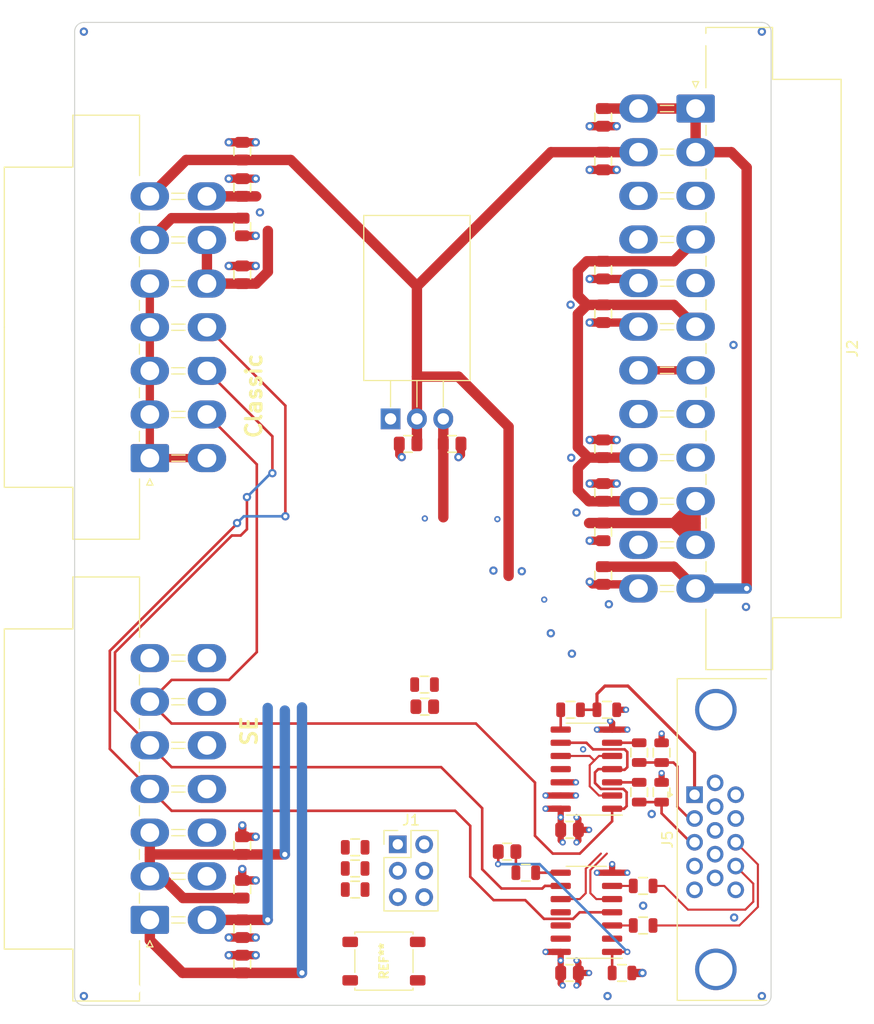
<source format=kicad_pcb>
(kicad_pcb (version 20221018) (generator pcbnew)
  (layers (0 "F.Cu" signal) (1 "In1.Cu" signal) (2 "In2.Cu" signal) (31 "B.Cu" signal) (34 "B.Paste" user) (35 "F.Paste" user) (36 "B.SilkS" user "B.Silkscreen") (37 "F.SilkS" user "F.Silkscreen") (38 "B.Mask" user) (39 "F.Mask" user) (44 "Edge.Cuts" user))
  (net 0 "")
  (net 1 "+12V")
  (net 2 "GND")
  (net 3 "+5V")
  (net 4 "+3V3")
  (net 5 "-12V")
  (net 6 "-5V")
  (net 7 "/HSx")
  (net 8 "/VSx")
  (net 9 "/PWR_OK")
  (net 10 "+5VP")
  (net 11 "Net-(C17-Pad1)")
  (net 12 "/HSf")
  (net 13 "/Ci")
  (net 14 "/HSi")
  (net 15 "/VSi")
  (net 16 "/Ro")
  (net 17 "/Go")
  (net 18 "/Bo")
  (net 19 "/HSo")
  (net 20 "/VSo")
  (net 21 "Net-(R4-Pad1)")
  (net 22 "Net-(R5-Pad1)")
  (net 23 "Net-(R6-Pad1)")
  (net 24 "Net-(R8-Pad1)")
  (net 25 "Net-(R10-Pad1)")
  (net 26 "/Cx")
  (net 30 "Net-(R12-Pad1)")
  (net 31 "/~{POR}")
  (net 32 "/~{PS_ON}")
  (net 33 "/AUDIO")
  (net 34 "/PBL")
  (footprint "stdpads:C_0805" (layer "F.Cu") (at 106.26 175.8315)
    (fp_text reference "C10")
    (fp_text value "10u")
  )
  (footprint "stdpads:TO-220-3_Horizontal_TabDown" (layer "F.Cu") (at 91.567 136.271)
    (fp_text reference "U1" hide)
    (fp_text value "LM7905_TO220")
  )
  (footprint "stdpads:PasteHole_1.152mm_NPTH" (layer "F.Cu") (at 61.2775 100.838)
    (fp_text reference "REF**")
    (fp_text value " " hide)
  )
  (footprint "stdpads:R_0805" (layer "F.Cu") (at 85.62 177.516 180)
    (fp_text reference "R1")
    (fp_text value "2k2")
  )
  (footprint "stdpads:C_0805" (layer "F.Cu") (at 74.75 177.35 90)
    (fp_text reference "C23")
    (fp_text value "10u")
  )
  (footprint "stdpads:C_0805" (layer "F.Cu") (at 109.5 147.15 -90)
    (fp_text reference "C2")
    (fp_text value "10u")
  )
  (footprint "stdpads:Molex_Mini-Fit_Jr_5569-14A1_2x07_P4.20mm_Horizontal" (layer "F.Cu") (at 65.85 171.9 90)
    (fp_text reference "J4" hide)
    (fp_text value "Classic")
  )
  (footprint "stdpads:C_0805" (layer "F.Cu") (at 74.75 110.499999 -90)
    (fp_text reference "C12")
    (fp_text value "10u")
  )
  (footprint "stdpads:R_0805" (layer "F.Cu") (at 109.8525 164.2745 180)
    (fp_text reference "R7")
    (fp_text value "130")
  )
  (footprint "stdpads:XKB_TS-1187A" (layer "F.Cu") (at 88.392 188.468 -90)
    (fp_text reference "REF**")
    (fp_text value "XKB_TS-1187A")
  )
  (footprint "stdpads:C_0805" (layer "F.Cu") (at 109.5 126.15 -90)
    (fp_text reference "C7")
    (fp_text value "10u")
  )
  (footprint "stdpads:C_0805" (layer "F.Cu") (at 106.26 189.611)
    (fp_text reference "C16")
    (fp_text value "10u")
  )
  (footprint "Connector_Molex:Molex_Mini-Fit_Jr_5569-24A1_2x12_P4.20mm_Horizontal" (layer "F.Cu") (at 118.4 106.4 -90)
    (fp_text reference "J2")
    (fp_text value "ATX")
  )
  (footprint "stdpads:C_0805" (layer "F.Cu") (at 109.5 143.35 90)
    (fp_text reference "C4")
    (fp_text value "10u")
  )
  (footprint "stdpads:C_0805" (layer "F.Cu") (at 74.75 181.55 90)
    (fp_text reference "C22")
    (fp_text value "10u")
  )
  (footprint "Connector_PinHeader_2.54mm:PinHeader_2x03_P2.54mm_Vertical" (layer "F.Cu") (at 89.7255 177.2285)
    (fp_text reference "J1")
    (fp_text value "XOR")
  )
  (footprint "stdpads:PasteHole_1.152mm_NPTH" (layer "F.Cu") (at 64.389 191.135)
    (fp_text reference "REF**")
    (fp_text value " " hide)
  )
  (footprint "stdpads:R_0805" (layer "F.Cu") (at 85.62 181.58 180)
    (fp_text reference "R2")
    (fp_text value "2k2")
  )
  (footprint "stdpads:R_0805" (layer "F.Cu") (at 106.36 164.2745)
    (fp_text reference "R6")
    (fp_text value "150")
  )
  (footprint "stdpads:R_0805" (layer "F.Cu") (at 113.3475 181.229)
    (fp_text reference "R5")
    (fp_text value "47")
  )
  (footprint "stdpads:C_0805" (layer "F.Cu") (at 100.247 177.927 180)
    (fp_text reference "C17")
    (fp_text value "1n")
  )
  (footprint "stdpads:C_0805" (layer "F.Cu") (at 74.75 122.4 90)
    (fp_text reference "C6")
    (fp_text value "10u")
  )
  (footprint "stdpads:R_0805" (layer "F.Cu") (at 112.9665 168.3995 -90)
    (fp_text reference "R8")
    (fp_text value "150")
  )
  (footprint "stdpads:C_0805" (layer "F.Cu") (at 109.5 111.45 90)
    (fp_text reference "C13")
    (fp_text value "10u")
  )
  (footprint "stdpads:PasteHole_1.152mm_NPTH" (layer "F.Cu") (at 119.5705 99.7585)
    (fp_text reference "REF**")
    (fp_text value " " hide)
  )
  (footprint "stdpads:C_0805" (layer "F.Cu") (at 90.717 138.684)
    (fp_text reference "C11")
    (fp_text value "10u")
  )
  (footprint "stdpads:R_0805" (layer "F.Cu") (at 92.3 161.85)
    (fp_text reference "R14" hide)
    (fp_text value "22k" hide)
  )
  (footprint "stdpads:R_0805" (layer "F.Cu") (at 115.1255 172.2145 -90)
    (fp_text reference "R11")
    (fp_text value "130")
  )
  (footprint "stdpads:SOIC-14_3.9mm" (layer "F.Cu") (at 107.8865 183.769 90)
    (fp_text reference "U2")
    (fp_text value "74LVC86AD")
  )
  (footprint "Connector_Dsub:DSUB-15-HD_Female_Horizontal_P2.29x1.98mm_EdgePinOffset3.03mm_Housed_MountingHolesOffset4.94mm" (layer "F.Cu") (at 118.299669 172.45 90)
    (fp_text reference "J5")
    (fp_text value "VGA")
  )
  (footprint "stdpads:R_0805" (layer "F.Cu") (at 115.1255 168.4045 -90)
    (fp_text reference "R9")
    (fp_text value "130")
  )
  (footprint "stdpads:R_0805" (layer "F.Cu") (at 112.9665 172.2095 -90)
    (fp_text reference "R10")
    (fp_text value "150")
  )
  (footprint "stdpads:PasteHole_1.152mm_NPTH" (layer "F.Cu") (at 123.952 189.2935)
    (fp_text reference "REF**")
    (fp_text value " " hide)
  )
  (footprint "stdpads:R_0805" (layer "F.Cu") (at 113.3475 185.039)
    (fp_text reference "R4")
    (fp_text value "47")
  )
  (footprint "stdpads:R_0805" (layer "F.Cu") (at 85.6175 179.55 180)
    (fp_text reference "R3")
    (fp_text value "2k2")
  )
  (footprint "stdpads:C_0805" (layer "F.Cu") (at 74.75 188.75 90)
    (fp_text reference "C19")
    (fp_text value "10u")
  )
  (footprint "stdpads:C_0805" (layer "F.Cu") (at 94.957 138.684 180)
    (fp_text reference "C14")
    (fp_text value "10u")
  )
  (footprint "stdpads:R_0805" (layer "F.Cu") (at 102.047 179.959 180)
    (fp_text reference "R12")
    (fp_text value "47")
  )
  (footprint "stdpads:C_0805" (layer "F.Cu") (at 109.5 107.25 -90)
    (fp_text reference "C9")
    (fp_text value "10u")
  )
  (footprint "stdpads:R_0805" (layer "F.Cu") (at 111.313 189.611 180)
    (fp_text reference "R13")
    (fp_text value "2k2")
  )
  (footprint "stdpads:C_0805" (layer "F.Cu") (at 109.5 121.95 -90)
    (fp_text reference "C5")
    (fp_text value "10u")
  )
  (footprint "stdpads:C_0805" (layer "F.Cu") (at 92.32039 163.978098)
    (fp_text reference "C18" hide)
    (fp_text value "10u" hide)
  )
  (footprint "stdpads:C_0805" (layer "F.Cu") (at 74.75 117.8 90)
    (fp_text reference "C15")
    (fp_text value "10u")
  )
  (footprint "stdpads:C_0805" (layer "F.Cu") (at 109.5 139.15 90)
    (fp_text reference "C3")
    (fp_text value "10u")
  )
  (footprint "stdpads:Molex_Mini-Fit_Jr_5569-14A1_2x07_P4.20mm_Horizontal" (layer "F.Cu") (at 65.85 127.45 90)
    (fp_text reference "J3" hide)
    (fp_text value "SE")
  )
  (footprint "stdpads:C_0805" (layer "F.Cu") (at 109.5 151.35 -90)
    (fp_text reference "C8")
    (fp_text value "10u")
  )
  (footprint "stdpads:C_0805" (layer "F.Cu") (at 74.75 114 90)
    (fp_text reference "C1")
    (fp_text value "10u")
  )
  (footprint "stdpads:SOIC-14_3.9mm" (layer "F.Cu") (at 107.8865 169.9895 90)
    (fp_text reference "U3")
    (fp_text value "74LVC86AD")
  )
  (footprint "stdpads:C_0805" (layer "F.Cu") (at 74.75 185.35 90)
    (fp_text reference "C20")
    (fp_text value "10u")
  )
  (gr_arc (start 125.6665 191.8335) (mid 125.406118 192.462118) (end 124.7775 192.7225) (stroke (width 0.1)) (layer "Edge.Cuts"))
  (gr_arc (start 124.7775 98.1075) (mid 125.406118 98.367882) (end 125.6665 98.9965) (stroke (width 0.1)) (layer "Edge.Cuts"))
  (gr_line (start 59.4995 98.1075) (end 124.7775 98.1075) (stroke (width 0.1)) (layer "Edge.Cuts"))
  (gr_arc (start 59.4995 192.7225) (mid 58.870882 192.462118) (end 58.6105 191.8335) (stroke (width 0.1)) (layer "Edge.Cuts"))
  (gr_line (start 59.4995 192.7225) (end 124.7775 192.7225) (stroke (width 0.1)) (layer "Edge.Cuts"))
  (gr_line (start 125.6665 191.8335) (end 125.6665 98.9965) (stroke (width 0.1)) (layer "Edge.Cuts"))
  (gr_arc (start 58.6105 98.9965) (mid 58.870882 98.367882) (end 59.4995 98.1075) (stroke (width 0.1)) (layer "Edge.Cuts"))
  (gr_line (start 58.6105 191.8335) (end 58.6105 98.9965) (stroke (width 0.1)) (layer "Edge.Cuts"))
  (gr_text "SE" (at 76.3 167.9 90) (layer "F.SilkS") (effects (font (size 1.5 1.5) (thickness 0.3) bold) (justify left bottom)))
  (gr_text "Classic" (at 76.75 138.3 90) (layer "F.SilkS") (effects (font (size 1.5 1.5) (thickness 0.3) bold) (justify left bottom)))
  (segment (start 117.15 146.3) (end 118.4 146.3) (width 1) (layer "F.Cu") (net 1))
  (segment (start 109.5 146.3) (end 116.3 146.3) (width 1) (layer "F.Cu") (net 1))
  (segment (start 74.75 189.6) (end 80.5 189.6) (width 1) (layer "F.Cu") (net 1))
  (segment (start 116.3 146.3) (end 118.4 148.4) (width 1) (layer "F.Cu") (net 1))
  (segment (start 117.15 146.3) (end 117.9 147.05) (width 1) (layer "F.Cu") (net 1))
  (segment (start 116.3 146.3) (end 118.4 144.2) (width 1) (layer "F.Cu") (net 1))
  (segment (start 76.0945 114.85) (end 74.75 114.85) (width 1) (layer "F.Cu") (net 1))
  (segment (start 116.3 146.3) (end 117.15 146.3) (width 1) (layer "F.Cu") (net 1))
  (segment (start 118.4 144.2) (end 118.4 146.3) (width 1) (layer "F.Cu") (net 1))
  (segment (start 65.85 184.5) (end 65.85 186.45) (width 1) (layer "F.Cu") (net 1))
  (segment (start 109.5 146.3) (end 108.1445 146.3) (width 1) (layer "F.Cu") (net 1))
  (segment (start 74.75 114.85) (end 71.35 114.85) (width 1) (layer "F.Cu") (net 1))
  (segment (start 65.85 186.45) (end 69 189.6) (width 1) (layer "F.Cu") (net 1))
  (segment (start 69 189.6) (end 74.75 189.6) (width 1) (layer "F.Cu") (net 1))
  (segment (start 118.4 146.3) (end 118.4 148.4) (width 1) (layer "F.Cu") (net 1))
  (segment (start 117.15 146.3) (end 117.9 145.55) (width 1) (layer "F.Cu") (net 1))
  (via (at 80.5 189.6) (size 1) (drill 0.5) (layers "F.Cu" "B.Cu") (net 1))
  (segment (start 80.5 189.6) (end 80.5 164.05) (width 1) (layer "B.Cu") (net 1))
  (segment (start 110.8025 164.2745) (end 111.6965 164.2745) (width 0.6) (layer "F.Cu") (net 2))
  (segment (start 95.807 139.7145) (end 95.5675 139.954) (width 0.8) (layer "F.Cu") (net 2))
  (segment (start 74.75 113.15) (end 76.05 113.15) (width 0.8) (layer "F.Cu") (net 2))
  (segment (start 105.4115 171.2595) (end 106.8705 171.2595) (width 0.6) (layer "F.Cu") (net 2))
  (segment (start 109.5 142.5) (end 108.2 142.5) (width 0.8) (layer "F.Cu") (net 2))
  (segment (start 109.5 138.3) (end 108.2 138.3) (width 0.8) (layer "F.Cu") (net 2))
  (segment (start 74.75 118.65) (end 76.05 118.65) (width 0.8) (layer "F.Cu") (net 2))
  (segment (start 107.11 176.862) (end 106.934 177.038) (width 0.6) (layer "F.Cu") (net 2))
  (segment (start 74.75 176.5) (end 74.75 175.4) (width 0.8) (layer "F.Cu") (net 2))
  (segment (start 107.11 189.611) (end 107.11 190.6415) (width 0.6) (layer "F.Cu") (net 2))
  (segment (start 109.5 108.1) (end 110.8 108.1) (width 0.8) (layer "F.Cu") (net 2))
  (segment (start 74.75 186.2) (end 73.45 186.2) (width 0.8) (layer "F.Cu") (net 2))
  (segment (start 110.3615 179.959) (end 111.8235 179.959) (width 0.6) (layer "F.Cu") (net 2))
  (segment (start 109.5 112.3) (end 110.8 112.3) (width 0.8) (layer "F.Cu") (net 2))
  (segment (start 110.3615 179.135) (end 110.363 179.1335) (width 0.6) (layer "F.Cu") (net 2))
  (segment (start 109.5 127) (end 108.2 127) (width 0.8) (layer "F.Cu") (net 2))
  (segment (start 110.3615 179.959) (end 110.3615 179.135) (width 0.6) (layer "F.Cu") (net 2))
  (segment (start 89.867 138.684) (end 89.867 139.7145) (width 0.8) (layer "F.Cu") (net 2))
  (segment (start 65.85 131.65) (end 65.85 127.45) (width 0.8) (layer "F.Cu") (net 2))
  (segment (start 110.3615 166.1795) (end 110.3615 165.543) (width 0.6) (layer "F.Cu") (net 2))
  (segment (start 65.85 135.85) (end 65.85 131.65) (width 0.8) (layer "F.Cu") (net 2))
  (segment (start 109.5 142.5) (end 110.8 142.5) (width 0.8) (layer "F.Cu") (net 2))
  (segment (start 74.75 180.7) (end 74.75 179.6) (width 0.8) (layer "F.Cu") (net 2))
  (segment (start 112.5 152.2) (end 112.9 152.6) (width 0.8) (layer "F.Cu") (net 2))
  (segment (start 71.35 140.05) (end 65.85 140.05) (width 0.8) (layer "F.Cu") (net 2))
  (segment (start 108.4485 152.2) (end 108.204 151.9555) (width 0.8) (layer "F.Cu") (net 2))
  (segment (start 112.5 127) (end 112.9 127.4) (width 0.8) (layer "F.Cu") (net 2))
  (segment (start 105.4115 172.5295) (end 103.9495 172.5295) (width 0.6) (layer "F.Cu") (net 2))
  (segment (start 65.85 140.05) (end 65.85 135.85) (width 0.8) (layer "F.Cu") (net 2))
  (segment (start 74.75 187.9) (end 76.05 187.9) (width 0.8) (layer "F.Cu") (net 2))
  (segment (start 115.1255 167.4545) (end 115.1255 166.5605) (width 0.6) (layer "F.Cu") (net 2))
  (segment (start 89.867 139.7145) (end 90.1065 139.954) (width 0.8) (layer "F.Cu") (net 2))
  (segment (start 109.5 127) (end 112.5 127) (width 0.8) (layer "F.Cu") (net 2))
  (segment (start 118.4 131.6) (end 112.9 131.6) (width 0.8) (layer "F.Cu") (net 2))
  (segment (start 109.5 122.8) (end 108.2 122.8) (width 0.8) (layer "F.Cu") (net 2))
  (segment (start 74.75 109.649999) (end 76.05 109.65) (width 0.8) (layer "F.Cu") (net 2))
  (segment (start 109.5 152.2) (end 112.5 152.2) (width 0.8) (layer "F.Cu") (net 2))
  (segment (start 65.85 123.25) (end 65.85 127.45) (width 0.8) (layer "F.Cu") (net 2))
  (segment (start 107.11 174.801) (end 106.934 174.625) (width 0.6) (layer "F.Cu") (net 2))
  (segment (start 74.75 180.7) (end 76.05 180.7) (width 0.8) (layer "F.Cu") (net 2))
  (segment (start 74.75 109.649999) (end 73.45 109.65) (width 0.8) (layer "F.Cu") (net 2))
  (segment (start 110.3615 166.1795) (end 111.8235 166.1795) (width 0.6) (layer "F.Cu") (net 2))
  (segment (start 112.5 122.8) (end 112.9 123.2) (width 0.8) (layer "F.Cu") (net 2))
  (segment (start 74.75 176.5) (end 76.05 176.5) (width 0.8) (layer "F.Cu") (net 2))
  (segment (start 109.5 112.3) (end 108.2 112.3) (width 0.8) (layer "F.Cu") (net 2))
  (segment (start 110.3615 165.543) (end 110.1725 165.354) (width 0.6) (layer "F.Cu") (net 2))
  (segment (start 107.11 189.611) (end 108.1405 189.611) (width 0.6) (layer "F.Cu") (net 2))
  (segment (start 110.3615 179.959) (end 108.9025 179.959) (width 0.6) (layer "F.Cu") (net 2))
  (segment (start 74.75 187.9) (end 73.45 187.9) (width 0.8) (layer "F.Cu") (net 2))
  (segment (start 109.5 138.3) (end 110.8 138.3) (width 0.8) (layer "F.Cu") (net 2))
  (segment (start 107.11 175.8315) (end 108.1405 175.8315) (width 0.6) (layer "F.Cu") (net 2))
  (segment (start 109.5 152.2) (end 108.4485 152.2) (width 0.8) (layer "F.Cu") (net 2))
  (segment (start 107.11 175.8315) (end 107.11 176.862) (width 0.6) (layer "F.Cu") (net 2))
  (segment (start 95.807 138.684) (end 95.807 139.7145) (width 0.8) (layer "F.Cu") (net 2))
  (segment (start 107.11 189.611) (end 107.11 188.5805) (width 0.6) (layer "F.Cu") (net 2))
  (segment (start 105.4115 172.5295) (end 106.8705 172.5295) (width 0.6) (layer "F.Cu") (net 2))
  (segment (start 109.5 122.8) (end 112.5 122.8) (width 0.8) (layer "F.Cu") (net 2))
  (segment (start 107.11 190.6415) (end 106.934 190.8175) (width 0.6) (layer "F.Cu") (net 2))
  (segment (start 109.5 148) (end 108.2 148) (width 0.8) (layer "F.Cu") (net 2))
  (segment (start 74.75 186.2) (end 76.05 186.2) (width 0.8) (layer "F.Cu") (net 2))
  (segment (start 74.75 121.55) (end 76.05 121.55) (width 0.8) (layer "F.Cu") (net 2))
  (segment (start 74.75 121.55) (end 73.45 121.55) (width 0.8) (layer "F.Cu") (net 2))
  (segment (start 107.11 175.8315) (end 107.11 174.801) (width 0.6) (layer "F.Cu") (net 2))
  (segment (start 109.5 108.1) (end 108.2 108.1) (width 0.8) (layer "F.Cu") (net 2))
  (segment (start 110.3615 166.1795) (end 108.9025 166.1795) (width 0.6) (layer "F.Cu") (net 2))
  (segment (start 74.75 113.15) (end 73.45 113.15) (width 0.8) (layer "F.Cu") (net 2))
  (segment (start 115.1255 171.2645) (end 115.1255 170.3705) (width 0.6) (layer "F.Cu") (net 2))
  (segment (start 107.11 188.5805) (end 106.934 188.4045) (width 0.6) (layer "F.Cu") (net 2))
  (via (at 108.1405 189.611) (size 0.6) (drill 0.3) (layers "F.Cu" "B.Cu") (net 2))
  (via (at 76.05 187.9) (size 0.8) (drill 0.4) (layers "F.Cu" "B.Cu") (net 2))
  (via (at 110.1725 165.354) (size 0.6) (drill 0.3) (layers "F.Cu" "B.Cu") (net 2))
  (via (at 59.4995 191.8335) (size 0.8) (drill 0.4) (layers "F.Cu" "B.Cu") (net 2))
  (via (at 122.047 129.159) (size 0.8) (drill 0.4) (layers "F.Cu" "B.Cu") (net 2))
  (via (at 110.8 142.5) (size 0.8) (drill 0.4) (layers "F.Cu" "B.Cu") (net 2))
  (via (at 108.2 122.8) (size 0.8) (drill 0.4) (layers "F.Cu" "B.Cu") (net 2))
  (via (at 111.8235 179.959) (size 0.6) (drill 0.3) (layers "F.Cu" "B.Cu") (net 2))
  (via (at 108.204 151.9555) (size 0.8) (drill 0.4) (layers "F.Cu" "B.Cu") (net 2))
  (via (at 106.8705 172.5295) (size 0.6) (drill 0.3) (layers "F.Cu" "B.Cu") (net 2))
  (via (at 110.363 179.1335) (size 0.6) (drill 0.3) (layers "F.Cu" "B.Cu") (net 2))
  (via (at 108.9025 179.959) (size 0.6) (drill 0.3) (layers "F.Cu" "B.Cu") (net 2))
  (via (at 101.6635 150.9395) (size 0.8) (drill 0.4) (layers "F.Cu" "B.Cu") (net 2))
  (via (at 110.0455 154.1145) (size 0.8) (drill 0.4) (layers "F.Cu" "B.Cu") (net 2))
  (via (at 73.45 186.2) (size 0.8) (drill 0.4) (layers "F.Cu" "B.Cu") (net 2))
  (via (at 106.934 174.625) (size 0.6) (drill 0.3) (layers "F.Cu" "B.Cu") (net 2))
  (via (at 124.7775 98.9965) (size 0.8) (drill 0.4) (layers "F.Cu" "B.Cu") (net 2))
  (via (at 99.314 145.923) (size 0.6) (drill 0.3) (layers "F.Cu" "B.Cu") (net 2))
  (via (at 108.2 127) (size 0.8) (drill 0.4) (layers "F.Cu" "B.Cu") (net 2))
  (via (at 106.934 177.038) (size 0.6) (drill 0.3) (layers "F.Cu" "B.Cu") (net 2))
  (via (at 106.934 190.8175) (size 0.6) (drill 0.3) (layers "F.Cu" "B.Cu") (net 2))
  (via (at 76.05 186.2) (size 0.8) (drill 0.4) (layers "F.Cu" "B.Cu") (net 2))
  (via (at 108.2 142.5) (size 0.8) (drill 0.4) (layers "F.Cu" "B.Cu") (net 2))
  (via (at 109.9185 191.8335) (size 0.8) (drill 0.4) (layers "F.Cu" "B.Cu") (net 2))
  (via (at 92.329 145.8595) (size 0.6) (drill 0.3) (layers "F.Cu" "B.Cu") (net 2))
  (via (at 106.8705 171.2595) (size 0.6) (drill 0.3) (layers "F.Cu" "B.Cu") (net 2))
  (via (at 74.75 179.6) (size 0.8) (drill 0.4) (layers "F.Cu" "B.Cu") (net 2))
  (via (at 108.2 148) (size 0.8) (drill 0.4) (layers "F.Cu" "B.Cu") (net 2))
  (via (at 73.45 187.9) (size 0.8) (drill 0.4) (layers "F.Cu" "B.Cu") (net 2))
  (via (at 106.4895 158.877) (size 0.8) (drill 0.4) (layers "F.Cu" "B.Cu") (net 2))
  (via (at 106.426 140.0175) (size 0.8) (drill 0.4) (layers "F.Cu" "B.Cu") (net 2))
  (via (at 108.2 112.3) (size 0.8) (drill 0.4) (layers "F.Cu" "B.Cu") (net 2))
  (via (at 76.05 109.65) (size 0.8) (drill 0.4) (layers "F.Cu" "B.Cu") (net 2))
  (via (at 108.2 108.1) (size 0.8) (drill 0.4) (layers "F.Cu" "B.Cu") (net 2))
  (via (at 73.45 121.55) (size 0.8) (drill 0.4) (layers "F.Cu" "B.Cu") (net 2))
  (via (at 95.5675 139.954) (size 0.8) (drill 0.4) (layers "F.Cu" "B.Cu") (net 2))
  (via (at 122.1105 184.277) (size 0.8) (drill 0.4) (layers "F.Cu" "B.Cu") (net 2))
  (via (at 115.1255 166.5605) (size 0.6) (drill 0.3) (layers "F.Cu" "B.Cu") (net 2))
  (via (at 76.05 113.15) (size 0.8) (drill 0.4) (layers "F.Cu" "B.Cu") (net 2))
  (via (at 108.2 138.3) (size 0.8) (drill 0.4) (layers "F.Cu" "B.Cu") (net 2))
  (via (at 106.934 188.4045) (size 0.6) (drill 0.3) (layers "F.Cu" "B.Cu") (net 2))
  (via (at 106.934 145.288) (size 0.8) (drill 0.4) (layers "F.Cu" "B.Cu") (net 2))
  (via (at 123.2535 154.3685) (size 0.8) (drill 0.4) (layers "F.Cu" "B.Cu") (net 2))
  (via (at 111.8235 166.1795) (size 0.6) (drill 0.3) (layers "F.Cu" "B.Cu") (net 2))
  (via (at 106.3625 125.2855) (size 0.8) (drill 0.4) (layers "F.Cu" "B.Cu") (net 2))
  (via (at 108.9025 166.1795) (size 0.6) (drill 0.3) (layers "F.Cu" "B.Cu") (net 2))
  (via (at 76.05 176.5) (size 0.8) (drill 0.4) (layers "F.Cu" "B.Cu") (net 2))
  (via (at 59.4995 98.9965) (size 0.8) (drill 0.4) (layers "F.Cu" "B.Cu") (net 2))
  (via (at 114.173 174.3075) (size 0.8) (drill 0.4) (layers "F.Cu" "B.Cu") (net 2))
  (via (at 90.1065 139.954) (size 0.8) (drill 0.4) (layers "F.Cu" "B.Cu") (net 2))
  (via (at 111.6965 164.2745) (size 0.6) (drill 0.3) (layers "F.Cu" "B.Cu") (net 2))
  (via (at 76.05 121.55) (size 0.8) (drill 0.4) (layers "F.Cu" "B.Cu") (net 2))
  (via (at 108.1405 175.8315) (size 0.6) (drill 0.3) (layers "F.Cu" "B.Cu") (net 2))
  (via (at 103.8225 153.67) (size 0.6) (drill 0.3) (layers "F.Cu" "B.Cu") (net 2))
  (via (at 110.8 108.1) (size 0.8) (drill 0.4) (layers "F.Cu" "B.Cu") (net 2))
  (via (at 76.05 180.7) (size 0.8) (drill 0.4) (layers "F.Cu" "B.Cu") (net 2))
  (via (at 124.7775 191.8335) (size 0.8) (drill 0.4) (layers "F.Cu" "B.Cu") (net 2))
  (via (at 110.8 138.3) (size 0.8) (drill 0.4) (layers "F.Cu" "B.Cu") (net 2))
  (via (at 110.8 112.3) (size 0.8) (drill 0.4) (layers "F.Cu" "B.Cu") (net 2))
  (via (at 74.75 175.4) (size 0.8) (drill 0.4) (layers "F.Cu" "B.Cu") (net 2))
  (via (at 103.9495 172.5295) (size 0.6) (drill 0.3) (layers "F.Cu" "B.Cu") (net 2))
  (via (at 76.05 118.65) (size 0.8) (drill 0.4) (layers "F.Cu" "B.Cu") (net 2))
  (via (at 113.3475 183.134) (size 0.8) (drill 0.4) (layers "F.Cu" "B.Cu") (net 2))
  (via (at 76.454 116.3955) (size 0.8) (drill 0.4) (layers "F.Cu" "B.Cu") (net 2))
  (via (at 98.933 150.876) (size 0.8) (drill 0.4) (layers "F.Cu" "B.Cu") (net 2))
  (via (at 73.45 113.15) (size 0.8) (drill 0.4) (layers "F.Cu" "B.Cu") (net 2))
  (via (at 104.4575 156.9085) (size 0.8) (drill 0.4) (layers "F.Cu" "B.Cu") (net 2))
  (via (at 107.569 168.0845) (size 0.6) (drill 0.3) (layers "F.Cu" "B.Cu") (net 2))
  (via (at 115.1255 170.3705) (size 0.6) (drill 0.3) (layers "F.Cu" "B.Cu") (net 2))
  (via (at 73.45 109.65) (size 0.8) (drill 0.4) (layers "F.Cu" "B.Cu") (net 2))
  (segment (start 71.35 123.25) (end 71.35 119.05) (width 1) (layer "F.Cu") (net 3))
  (segment (start 112.263 189.611) (end 113.284 189.611) (width 0.8) (layer "F.Cu") (net 3))
  (segment (start 74.75 178.2) (end 65.85 178.2) (width 1) (layer "F.Cu") (net 3))
  (segment (start 109.5 121.1) (end 116.3 121.1) (width 1) (layer "F.Cu") (net 3))
  (segment (start 74.75 123.25) (end 71.35 123.25) (width 1) (layer "F.Cu") (net 3))
  (segment (start 76.0765 123.25) (end 74.75 123.25) (width 1) (layer "F.Cu") (net 3))
  (segment (start 69.05 182.4) (end 66.95 180.3) (width 1) (layer "F.Cu") (net 3))
  (segment (start 65.85 178.2) (end 65.85 176.1) (width 1) (layer "F.Cu") (net 3))
  (segment (start 65.85 180.3) (end 65.85 178.2) (width 1) (layer "F.Cu") (net 3))
  (segment (start 107.061 140.9985) (end 108.0595 140) (width 1) (layer "F.Cu") (net 3))
  (segment (start 109.5 140) (end 108.0595 140) (width 1) (layer "F.Cu") (net 3))
  (segment (start 77.216 118.1735) (end 77.216 122.1105) (width 1) (layer "F.Cu") (net 3))
  (segment (start 116.3 125.3) (end 118.4 127.4) (width 1) (layer "F.Cu") (net 3))
  (segment (start 77.216 122.1105) (end 76.0765 123.25) (width 1) (layer "F.Cu") (net 3))
  (segment (start 107.061 139.0015) (end 107.061 126.189) (width 1) (layer "F.Cu") (net 3))
  (segment (start 107.061 121.9835) (end 107.9445 121.1) (width 1) (layer "F.Cu") (net 3))
  (segment (start 109.5 144.2) (end 108.132 144.2) (width 1) (layer "F.Cu") (net 3))
  (segment (start 78.85 178.2) (end 74.75 178.2) (width 1) (layer "F.Cu") (net 3))
  (segment (start 107.9445 121.1) (end 109.5 121.1) (width 1) (layer "F.Cu") (net 3))
  (segment (start 66.95 180.3) (end 65.85 180.3) (width 1) (layer "F.Cu") (net 3))
  (segment (start 107.061 143.129) (end 107.061 140.9985) (width 1) (layer "F.Cu") (net 3))
  (segment (start 74.75 182.4) (end 69.05 182.4) (width 1) (layer "F.Cu") (net 3))
  (segment (start 109.5 140) (end 112.9 140) (width 1) (layer "F.Cu") (net 3))
  (segment (start 112.9 144.2) (end 109.5 144.2) (width 1) (layer "F.Cu") (net 3))
  (segment (start 107.061 126.189) (end 107.95 125.3) (width 1) (layer "F.Cu") (net 3))
  (segment (start 109.5 125.3) (end 107.95 125.3) (width 1) (layer "F.Cu") (net 3))
  (segment (start 116.3 121.1) (end 118.4 119) (width 1) (layer "F.Cu") (net 3))
  (segment (start 108.0595 140) (end 107.061 139.0015) (width 1) (layer "F.Cu") (net 3))
  (segment (start 107.061 124.411) (end 107.061 121.9835) (width 1) (layer "F.Cu") (net 3))
  (segment (start 107.95 125.3) (end 107.061 124.411) (width 1) (layer "F.Cu") (net 3))
  (segment (start 108.132 144.2) (end 107.061 143.129) (width 1) (layer "F.Cu") (net 3))
  (segment (start 109.5 125.3) (end 116.3 125.3) (width 1) (layer "F.Cu") (net 3))
  (via (at 113.284 189.611) (size 0.8) (drill 0.4) (layers "F.Cu" "B.Cu") (net 3))
  (via (at 78.85 178.2) (size 1) (drill 0.5) (layers "F.Cu" "B.Cu") (net 3))
  (segment (start 78.85 178.2) (end 78.85 164.35) (width 1) (layer "B.Cu") (net 3))
  (segment (start 109.5 150.5) (end 116.3 150.5) (width 1) (layer "F.Cu") (net 4))
  (segment (start 105.41 175.8315) (end 105.41 176.8475) (width 0.6) (layer "F.Cu") (net 4))
  (segment (start 105.41 189.611) (end 105.41 188.4045) (width 0.6) (layer "F.Cu") (net 4))
  (segment (start 105.4115 175.703) (end 105.41 175.7045) (width 0.6) (layer "F.Cu") (net 4))
  (segment (start 105.4115 187.579) (end 105.4115 188.403) (width 0.6) (layer "F.Cu") (net 4))
  (segment (start 105.4115 187.579) (end 103.9495 187.579) (width 0.6) (layer "F.Cu") (net 4))
  (segment (start 105.4115 173.7995) (end 103.9495 173.7995) (width 0.6) (layer "F.Cu") (net 4))
  (segment (start 123.317 112.0775) (end 121.8395 110.6) (width 1) (layer "F.Cu") (net 4))
  (segment (start 105.41 175.8315) (end 105.41 174.625) (width 0.6) (layer "F.Cu") (net 4))
  (segment (start 105.41 190.627) (end 105.6005 190.8175) (width 0.6) (layer "F.Cu") (net 4))
  (segment (start 105.41 176.8475) (end 105.6005 177.038) (width 0.6) (layer "F.Cu") (net 4))
  (segment (start 118.4 106.4) (end 112.9 106.4) (width 1) (layer "F.Cu") (net 4))
  (segment (start 105.4115 174.6235) (end 105.41 174.625) (width 0.6) (layer "F.Cu") (net 4))
  (segment (start 109.5 106.4) (end 112.9 106.4) (width 1) (layer "F.Cu") (net 4))
  (segment (start 105.41 189.611) (end 105.41 190.627) (width 0.6) (layer "F.Cu") (net 4))
  (segment (start 121.8395 110.6) (end 118.4 110.6) (width 1) (layer "F.Cu") (net 4))
  (segment (start 118.4 110.6) (end 118.4 106.4) (width 1) (layer "F.Cu") (net 4))
  (segment (start 105.4115 173.7995) (end 105.4115 174.6235) (width 0.6) (layer "F.Cu") (net 4))
  (segment (start 105.4115 188.403) (end 105.41 188.4045) (width 0.6) (layer "F.Cu") (net 4))
  (segment (start 123.317 152.6) (end 123.317 112.0775) (width 1) (layer "F.Cu") (net 4))
  (segment (start 116.3 150.5) (end 118.4 152.6) (width 1) (layer "F.Cu") (net 4))
  (via (at 123.317 152.6) (size 1) (drill 0.5) (layers "F.Cu" "B.Cu") (net 4))
  (via (at 103.9495 173.7995) (size 0.6) (drill 0.3) (layers "F.Cu" "B.Cu") (net 4))
  (via (at 105.6005 177.038) (size 0.6) (drill 0.3) (layers "F.Cu" "B.Cu") (net 4))
  (via (at 105.6005 190.8175) (size 0.6) (drill 0.3) (layers "F.Cu" "B.Cu") (net 4))
  (via (at 105.41 188.4045) (size 0.6) (drill 0.3) (layers "F.Cu" "B.Cu") (net 4))
  (via (at 105.41 174.625) (size 0.6) (drill 0.3) (layers "F.Cu" "B.Cu") (net 4))
  (via (at 103.9495 187.579) (size 0.6) (drill 0.3) (layers "F.Cu" "B.Cu") (net 4))
  (segment (start 123.317 152.6) (end 118.4 152.6) (width 1) (layer "B.Cu") (net 4))
  (segment (start 91.567 123.5075) (end 104.4745 110.6) (width 1) (layer "F.Cu") (net 5))
  (segment (start 95.5675 132.207) (end 100.3935 137.033) (width 1) (layer "F.Cu") (net 5))
  (segment (start 79.409499 111.349999) (end 74.75 111.349999) (width 1) (layer "F.Cu") (net 5))
  (segment (start 112.9 110.6) (end 109.5 110.6) (width 1) (layer "F.Cu") (net 5))
  (segment (start 77.2 184.5) (end 74.75 184.5) (width 1) (layer "F.Cu") (net 5))
  (segment (start 69.350001 111.349999) (end 65.85 114.85) (width 1) (layer "F.Cu") (net 5))
  (segment (start 100.3935 137.033) (end 100.3935 151.384) (width 1) (layer "F.Cu") (net 5))
  (segment (start 74.75 111.349999) (end 69.350001 111.349999) (width 1) (layer "F.Cu") (net 5))
  (segment (start 91.567 132.207) (end 95.5675 132.207) (width 1) (layer "F.Cu") (net 5))
  (segment (start 91.567 136.271) (end 91.567 132.207) (width 1) (layer "F.Cu") (net 5))
  (segment (start 104.4745 110.6) (end 109.5 110.6) (width 1) (layer "F.Cu") (net 5))
  (segment (start 91.567 123.5075) (end 79.409499 111.349999) (width 1) (layer "F.Cu") (net 5))
  (segment (start 91.567 132.207) (end 91.567 123.5075) (width 1) (layer "F.Cu") (net 5))
  (segment (start 91.567 136.271) (end 91.567 138.684) (width 1) (layer "F.Cu") (net 5))
  (segment (start 74.75 184.5) (end 71.35 184.5) (width 1) (layer "F.Cu") (net 5))
  (via (at 77.2 184.5) (size 1) (drill 0.5) (layers "F.Cu" "B.Cu") (net 5))
  (segment (start 77.2 184.5) (end 77.2 164.1) (width 1) (layer "B.Cu") (net 5))
  (segment (start 67.95 116.95) (end 65.85 119.05) (width 1) (layer "F.Cu") (net 6))
  (segment (start 74.75 116.95) (end 67.95 116.95) (width 1) (layer "F.Cu") (net 6))
  (segment (start 94.107 136.271) (end 94.107 138.684) (width 1) (layer "F.Cu") (net 6))
  (segment (start 94.107 138.684) (end 94.107 145.743) (width 1) (layer "F.Cu") (net 6))
  (segment (start 107.823 179.959) (end 107.823 179.578) (width 0.2) (layer "F.Cu") (net 7))
  (segment (start 107.823 181.9275) (end 107.823 179.959) (width 0.2) (layer "F.Cu") (net 7))
  (segment (start 107.823 179.578) (end 109.2835 178.1175) (width 0.2) (layer "F.Cu") (net 7))
  (segment (start 107.569 182.1815) (end 107.823 181.9275) (width 0.2) (layer "F.Cu") (net 7))
  (segment (start 105.4115 182.499) (end 107.2515 182.499) (width 0.2) (layer "F.Cu") (net 7))
  (segment (start 107.2515 182.499) (end 107.569 182.1815) (width 0.2) (layer "F.Cu") (net 7))
  (segment (start 108.2675 179.705) (end 109.855 178.1175) (width 0.2) (layer "F.Cu") (net 8))
  (segment (start 108.2675 179.7685) (end 108.2675 179.705) (width 0.2) (layer "F.Cu") (net 8))
  (segment (start 108.585 182.245) (end 108.2675 181.9275) (width 0.2) (layer "F.Cu") (net 8))
  (segment (start 108.839 182.499) (end 108.585 182.245) (width 0.2) (layer "F.Cu") (net 8))
  (segment (start 108.2675 181.9275) (end 108.2675 179.7685) (width 0.2) (layer "F.Cu") (net 8))
  (segment (start 110.3615 182.499) (end 108.839 182.499) (width 0.2) (layer "F.Cu") (net 8))
  (segment (start 101.097 179.959) (end 101.097 177.927) (width 0.25) (layer "F.Cu") (net 11))
  (segment (start 110.363 187.5805) (end 110.3615 187.579) (width 0.25) (layer "F.Cu") (net 12))
  (segment (start 99.397 179.119) (end 99.3825 179.1335) (width 0.25) (layer "F.Cu") (net 12))
  (segment (start 99.397 177.927) (end 99.397 179.119) (width 0.25) (layer "F.Cu") (net 12))
  (segment (start 110.363 189.611) (end 110.363 187.5805) (width 0.25) (layer "F.Cu") (net 12))
  (segment (start 110.3615 187.579) (end 111.8235 187.579) (width 0.25) (layer "F.Cu") (net 12))
  (via (at 111.8235 187.579) (size 0.6) (drill 0.3) (layers "F.Cu" "B.Cu") (net 12))
  (via (at 99.3825 179.1335) (size 0.6) (drill 0.3) (layers "F.Cu" "B.Cu") (net 12))
  (segment (start 99.3825 179.1335) (end 103.378 179.1335) (width 0.25) (layer "B.Cu") (net 12))
  (segment (start 103.378 179.1335) (end 111.8235 187.579) (width 0.25) (layer "B.Cu") (net 12))
  (segment (start 67.95 161.4) (end 65.85 163.5) (width 0.25) (layer "F.Cu") (net 13))
  (segment (start 111.8235 169.799) (end 111.5695 170.053) (width 0.25) (layer "F.Cu") (net 13))
  (segment (start 107.8865 167.4495) (end 108.5215 168.0845) (width 0.25) (layer "F.Cu") (net 13))
  (segment (start 105.4115 167.4495) (end 107.8865 167.4495) (width 0.25) (layer "F.Cu") (net 13))
  (segment (start 67.95 165.6) (end 97.25 165.6) (width 0.25) (layer "F.Cu") (net 13))
  (segment (start 97.25 165.6) (end 102.9335 171.2835) (width 0.25) (layer "F.Cu") (net 13))
  (segment (start 111.4425 171.8945) (end 111.76 172.212) (width 0.25) (layer "F.Cu") (net 13))
  (segment (start 109.0295 169.9895) (end 108.712 170.307) (width 0.25) (layer "F.Cu") (net 13))
  (segment (start 65.85 163.5) (end 67.95 165.6) (width 0.25) (layer "F.Cu") (net 13))
  (segment (start 111.5695 168.0845) (end 111.8235 168.3385) (width 0.25) (layer "F.Cu") (net 13))
  (segment (start 111.506 173.7995) (end 110.3615 173.7995) (width 0.25) (layer "F.Cu") (net 13))
  (segment (start 109.2835 171.8945) (end 111.4425 171.8945) (width 0.25) (layer "F.Cu") (net 13))
  (segment (start 110.3615 169.9895) (end 109.0295 169.9895) (width 0.25) (layer "F.Cu") (net 13))
  (segment (start 111.76 173.5455) (end 111.506 173.7995) (width 0.25) (layer "F.Cu") (net 13))
  (segment (start 111.76 172.212) (end 111.76 173.5455) (width 0.25) (layer "F.Cu") (net 13))
  (segment (start 108.712 171.323) (end 109.2835 171.8945) (width 0.25) (layer "F.Cu") (net 13))
  (segment (start 110.3615 175.0075) (end 110.3615 173.7995) (width 0.25) (layer "F.Cu") (net 13))
  (segment (start 111.8235 168.3385) (end 111.8235 169.799) (width 0.25) (layer "F.Cu") (net 13))
  (segment (start 108.712 170.307) (end 108.712 171.323) (width 0.25) (layer "F.Cu") (net 13))
  (segment (start 71.35 135.85) (end 76.15 140.65) (width 0.25) (layer "F.Cu") (net 13))
  (segment (start 102.9335 176.403) (end 104.648 178.1175) (width 0.25) (layer "F.Cu") (net 13))
  (segment (start 76.15 140.65) (end 76.15 158.725) (width 0.25) (layer "F.Cu") (net 13))
  (segment (start 102.9335 171.2835) (end 102.9335 176.403) (width 0.25) (layer "F.Cu") (net 13))
  (segment (start 108.5215 168.0845) (end 111.5695 168.0845) (width 0.25) (layer "F.Cu") (net 13))
  (segment (start 107.2515 178.1175) (end 110.3615 175.0075) (width 0.25) (layer "F.Cu") (net 13))
  (segment (start 110.425 170.053) (end 110.3615 169.9895) (width 0.25) (layer "F.Cu") (net 13))
  (segment (start 104.648 178.1175) (end 107.2515 178.1175) (width 0.25) (layer "F.Cu") (net 13))
  (segment (start 111.5695 170.053) (end 110.425 170.053) (width 0.25) (layer "F.Cu") (net 13))
  (segment (start 73.475 161.4) (end 67.95 161.4) (width 0.25) (layer "F.Cu") (net 13))
  (segment (start 76.15 158.725) (end 73.475 161.4) (width 0.25) (layer "F.Cu") (net 13))
  (segment (start 103.886 181.229) (end 105.4115 181.229) (width 0.25) (layer "F.Cu") (net 14))
  (segment (start 62.5 158.75) (end 65.25 156) (width 0.25) (layer "F.Cu") (net 14))
  (segment (start 77.65 137.95) (end 77.65 141.5) (width 0.25) (layer "F.Cu") (net 14))
  (segment (start 75.2 146.9) (end 75.2 143.8) (width 0.25) (layer "F.Cu") (net 14))
  (segment (start 67.95 169.8) (end 93.9 169.8) (width 0.25) (layer "F.Cu") (net 14))
  (segment (start 74.6 147.5) (end 75.2 146.9) (width 0.25) (layer "F.Cu") (net 14))
  (segment (start 65.85 167.7) (end 67.95 169.8) (width 0.25) (layer "F.Cu") (net 14))
  (segment (start 97.85 173.75) (end 97.85 179.625) (width 0.25) (layer "F.Cu") (net 14))
  (segment (start 93.9 169.8) (end 97.85 173.75) (width 0.25) (layer "F.Cu") (net 14))
  (segment (start 103.632 181.483) (end 103.886 181.229) (width 0.25) (layer "F.Cu") (net 14))
  (segment (start 71.35 131.65) (end 77.65 137.95) (width 0.25) (layer "F.Cu") (net 14))
  (segment (start 65.85 167.7) (end 62.5 164.35) (width 0.25) (layer "F.Cu") (net 14))
  (segment (start 65.25 156) (end 73.75 147.5) (width 0.25) (layer "F.Cu") (net 14))
  (segment (start 73.75 147.5) (end 74.6 147.5) (width 0.25) (layer "F.Cu") (net 14))
  (segment (start 97.85 179.625) (end 99.708 181.483) (width 0.25) (layer "F.Cu") (net 14))
  (segment (start 62.5 164.35) (end 62.5 158.75) (width 0.25) (layer "F.Cu") (net 14))
  (segment (start 99.708 181.483) (end 103.632 181.483) (width 0.25) (layer "F.Cu") (net 14))
  (via (at 75.2 143.8) (size 0.8) (drill 0.4) (layers "F.Cu" "B.Cu") (net 14))
  (via (at 77.65 141.5) (size 0.8) (drill 0.4) (layers "F.Cu" "B.Cu") (net 14))
  (segment (start 75.2 143.8) (end 77.5 141.5) (width 0.25) (layer "B.Cu") (net 14))
  (segment (start 77.5 141.5) (end 77.65 141.5) (width 0.25) (layer "B.Cu") (net 14))
  (segment (start 96.7 175.45) (end 96.7 180.35) (width 0.25) (layer "F.Cu") (net 15))
  (segment (start 78.9 145.65) (end 78.9 135) (width 0.25) (layer "F.Cu") (net 15))
  (segment (start 62 168.05) (end 62 158.6) (width 0.25) (layer "F.Cu") (net 15))
  (segment (start 74.25 146.35) (end 74.25 146.3) (width 0.25) (layer "F.Cu") (net 15))
  (segment (start 98.95 182.6) (end 102 182.6) (width 0.25) (layer "F.Cu") (net 15))
  (segment (start 62 158.6) (end 65.1 155.5) (width 0.25) (layer "F.Cu") (net 15))
  (segment (start 65.1 155.5) (end 74.25 146.35) (width 0.25) (layer "F.Cu") (net 15))
  (segment (start 96.7 180.35) (end 98.95 182.6) (width 0.25) (layer "F.Cu") (net 15))
  (segment (start 106.6 184.4) (end 107.231 183.769) (width 0.25) (layer "F.Cu") (net 15))
  (segment (start 95.25 174) (end 96.7 175.45) (width 0.25) (layer "F.Cu") (net 15))
  (segment (start 107.231 183.769) (end 110.3615 183.769) (width 0.25) (layer "F.Cu") (net 15))
  (segment (start 103.8 184.4) (end 106.6 184.4) (width 0.25) (layer "F.Cu") (net 15))
  (segment (start 67.95 174) (end 95.25 174) (width 0.25) (layer "F.Cu") (net 15))
  (segment (start 78.9 135) (end 71.35 127.45) (width 0.25) (layer "F.Cu") (net 15))
  (segment (start 65.85 171.9) (end 62 168.05) (width 0.25) (layer "F.Cu") (net 15))
  (segment (start 65.85 171.9) (end 67.95 174) (width 0.25) (layer "F.Cu") (net 15))
  (segment (start 102 182.6) (end 103.8 184.4) (width 0.25) (layer "F.Cu") (net 15))
  (via (at 74.25 146.3) (size 0.8) (drill 0.4) (layers "F.Cu" "B.Cu") (net 15))
  (via (at 78.9 145.65) (size 0.8) (drill 0.4) (layers "F.Cu" "B.Cu") (net 15))
  (segment (start 74.9 145.65) (end 78.9 145.65) (width 0.25) (layer "B.Cu") (net 15))
  (segment (start 74.25 146.3) (end 74.9 145.65) (width 0.25) (layer "B.Cu") (net 15))
  (segment (start 111.887 161.9885) (end 109.6645 161.9885) (width 0.3) (layer "F.Cu") (net 16))
  (segment (start 108.9025 162.7505) (end 108.9025 164.2745) (width 0.3) (layer "F.Cu") (net 16))
  (segment (start 118.299669 168.401169) (end 111.887 161.9885) (width 0.3) (layer "F.Cu") (net 16))
  (segment (start 108.9025 164.2745) (end 107.31 164.2745) (width 0.25) (layer "F.Cu") (net 16))
  (segment (start 109.6645 161.9885) (end 108.9025 162.7505) (width 0.3) (layer "F.Cu") (net 16))
  (segment (start 118.299669 172.45) (end 118.299669 168.401169) (width 0.3) (layer "F.Cu") (net 16))
  (segment (start 116.6495 169.7355) (end 116.6495 173.609) (width 0.25) (layer "F.Cu") (net 17))
  (segment (start 117.7805 174.74) (end 118.299669 174.74) (width 0.25) (layer "F.Cu") (net 17))
  (segment (start 115.1255 169.3545) (end 116.2685 169.3545) (width 0.25) (layer "F.Cu") (net 17))
  (segment (start 115.1205 169.3495) (end 115.1255 169.3545) (width 0.25) (layer "F.Cu") (net 17))
  (segment (start 112.9665 169.3495) (end 115.1205 169.3495) (width 0.25) (layer "F.Cu") (net 17))
  (segment (start 116.6495 173.609) (end 117.7805 174.74) (width 0.25) (layer "F.Cu") (net 17))
  (segment (start 116.2685 169.3545) (end 116.6495 169.7355) (width 0.25) (layer "F.Cu") (net 17))
  (segment (start 115.1255 173.1645) (end 112.9715 173.1645) (width 0.25) (layer "F.Cu") (net 18))
  (segment (start 115.1255 174.244) (end 117.9115 177.03) (width 0.25) (layer "F.Cu") (net 18))
  (segment (start 115.1255 173.1645) (end 115.1255 174.244) (width 0.25) (layer "F.Cu") (net 18))
  (segment (start 112.9715 173.1645) (end 112.9665 173.1595) (width 0.25) (layer "F.Cu") (net 18))
  (segment (start 117.9115 177.03) (end 118.299669 177.03) (width 0.25) (layer "F.Cu") (net 18))
  (segment (start 124.3965 179.166831) (end 124.3965 183.2535) (width 0.2) (layer "F.Cu") (net 19))
  (segment (start 122.611 185.039) (end 114.2975 185.039) (width 0.2) (layer "F.Cu") (net 19))
  (segment (start 122.259669 177.03) (end 124.3965 179.166831) (width 0.2) (layer "F.Cu") (net 19))
  (segment (start 124.3965 183.2535) (end 122.611 185.039) (width 0.2) (layer "F.Cu") (net 19))
  (segment (start 123.185 183.515) (end 117.6655 183.515) (width 0.2) (layer "F.Cu") (net 20))
  (segment (start 122.259669 179.32) (end 123.952 181.012331) (width 0.2) (layer "F.Cu") (net 20))
  (segment (start 123.952 182.748) (end 123.185 183.515) (width 0.2) (layer "F.Cu") (net 20))
  (segment (start 123.952 181.012331) (end 123.952 182.748) (width 0.2) (layer "F.Cu") (net 20))
  (segment (start 115.3795 181.229) (end 114.2975 181.229) (width 0.2) (layer "F.Cu") (net 20))
  (segment (start 117.6655 183.515) (end 115.3795 181.229) (width 0.2) (layer "F.Cu") (net 20))
  (segment (start 112.3975 185.039) (end 110.3615 185.039) (width 0.2) (layer "F.Cu") (net 21))
  (segment (start 110.3615 181.229) (end 112.3975 181.229) (width 0.2) (layer "F.Cu") (net 22))
  (segment (start 105.4115 166.1795) (end 105.4115 164.276) (width 0.25) (layer "F.Cu") (net 23))
  (segment (start 105.4115 164.276) (end 105.41 164.2745) (width 0.25) (layer "F.Cu") (net 23))
  (segment (start 110.3615 167.4495) (end 112.9665 167.4495) (width 0.25) (layer "F.Cu") (net 24))
  (segment (start 110.3615 171.2595) (end 112.9665 171.2595) (width 0.25) (layer "F.Cu") (net 25))
  (segment (start 105.4115 168.7195) (end 108.204 168.7195) (width 0.2) (layer "F.Cu") (net 26))
  (segment (start 108.6485 169.164) (end 108.204 169.6085) (width 0.2) (layer "F.Cu") (net 26))
  (segment (start 108.204 169.6085) (end 108.204 171.6405) (width 0.2) (layer "F.Cu") (net 26))
  (segment (start 109.093 172.5295) (end 110.3615 172.5295) (width 0.2) (layer "F.Cu") (net 26))
  (segment (start 109.093 168.7195) (end 108.6485 169.164) (width 0.2) (layer "F.Cu") (net 26))
  (segment (start 110.3615 168.7195) (end 109.093 168.7195) (width 0.2) (layer "F.Cu") (net 26))
  (segment (start 108.204 168.7195) (end 108.6485 169.164) (width 0.2) (layer "F.Cu") (net 26))
  (segment (start 108.204 171.6405) (end 109.093 172.5295) (width 0.2) (layer "F.Cu") (net 26))
  (segment (start 102.997 179.959) (end 105.4115 179.959) (width 0.25) (layer "F.Cu") (net 30))
)
</source>
